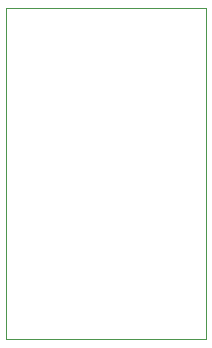
<source format=gbr>
%TF.GenerationSoftware,KiCad,Pcbnew,9.0.2*%
%TF.CreationDate,2025-07-27T18:34:46+02:00*%
%TF.ProjectId,ldomotordriver,6c646f6d-6f74-46f7-9264-72697665722e,rev?*%
%TF.SameCoordinates,Original*%
%TF.FileFunction,Profile,NP*%
%FSLAX46Y46*%
G04 Gerber Fmt 4.6, Leading zero omitted, Abs format (unit mm)*
G04 Created by KiCad (PCBNEW 9.0.2) date 2025-07-27 18:34:46*
%MOMM*%
%LPD*%
G01*
G04 APERTURE LIST*
%TA.AperFunction,Profile*%
%ADD10C,0.100000*%
%TD*%
G04 APERTURE END LIST*
D10*
X82000000Y-39500000D02*
X99000000Y-39500000D01*
X99000000Y-67500000D01*
X82000000Y-67500000D01*
X82000000Y-39500000D01*
M02*

</source>
